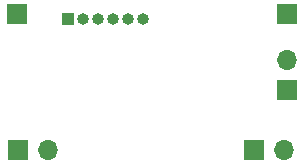
<source format=gbr>
%TF.GenerationSoftware,KiCad,Pcbnew,(5.1.7)-1*%
%TF.CreationDate,2022-11-01T20:21:32+00:00*%
%TF.ProjectId,Hornby-Ringfield-DCC6-Adapter,486f726e-6279-42d5-9269-6e676669656c,rev?*%
%TF.SameCoordinates,Original*%
%TF.FileFunction,Soldermask,Bot*%
%TF.FilePolarity,Negative*%
%FSLAX46Y46*%
G04 Gerber Fmt 4.6, Leading zero omitted, Abs format (unit mm)*
G04 Created by KiCad (PCBNEW (5.1.7)-1) date 2022-11-01 20:21:32*
%MOMM*%
%LPD*%
G01*
G04 APERTURE LIST*
%ADD10O,1.700000X1.700000*%
%ADD11R,1.700000X1.700000*%
%ADD12O,1.000000X1.000000*%
%ADD13R,1.000000X1.000000*%
G04 APERTURE END LIST*
D10*
%TO.C,Rear lights*%
X154940000Y-80500000D03*
D11*
X152400000Y-80500000D03*
%TD*%
D10*
%TO.C,Motor*%
X155200000Y-72860000D03*
D11*
X155200000Y-75400000D03*
%TD*%
D10*
%TO.C,Front lights*%
X135040000Y-80500000D03*
D11*
X132500000Y-80500000D03*
%TD*%
%TO.C,Rail2*%
X155200000Y-69000000D03*
%TD*%
%TO.C,Rail1*%
X132400000Y-69000000D03*
%TD*%
D12*
%TO.C,DCC-6*%
X143050000Y-69400000D03*
X141780000Y-69400000D03*
X140510000Y-69400000D03*
X139240000Y-69400000D03*
X137970000Y-69400000D03*
D13*
X136700000Y-69400000D03*
%TD*%
M02*

</source>
